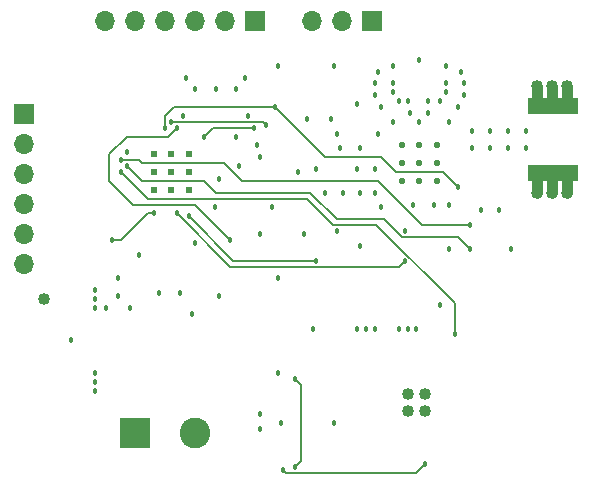
<source format=gbl>
%TF.GenerationSoftware,KiCad,Pcbnew,5.99.0-unknown-c5e195bdff~131~ubuntu20.04.1*%
%TF.CreationDate,2021-08-04T16:13:57-04:00*%
%TF.ProjectId,openlst-hw,6f70656e-6c73-4742-9d68-772e6b696361,rev?*%
%TF.SameCoordinates,Original*%
%TF.FileFunction,Copper,L4,Bot*%
%TF.FilePolarity,Positive*%
%FSLAX46Y46*%
G04 Gerber Fmt 4.6, Leading zero omitted, Abs format (unit mm)*
G04 Created by KiCad (PCBNEW 5.99.0-unknown-c5e195bdff~131~ubuntu20.04.1) date 2021-08-04 16:13:57*
%MOMM*%
%LPD*%
G01*
G04 APERTURE LIST*
%TA.AperFunction,ComponentPad*%
%ADD10R,1.700000X1.700000*%
%TD*%
%TA.AperFunction,ComponentPad*%
%ADD11O,1.700000X1.700000*%
%TD*%
%TA.AperFunction,ComponentPad*%
%ADD12C,0.609600*%
%TD*%
%TA.AperFunction,ComponentPad*%
%ADD13C,0.558800*%
%TD*%
%TA.AperFunction,ComponentPad*%
%ADD14R,2.600000X2.600000*%
%TD*%
%TA.AperFunction,ComponentPad*%
%ADD15C,2.600000*%
%TD*%
%TA.AperFunction,SMDPad,CuDef*%
%ADD16R,4.200000X1.350000*%
%TD*%
%TA.AperFunction,ViaPad*%
%ADD17C,1.016000*%
%TD*%
%TA.AperFunction,ViaPad*%
%ADD18C,0.457200*%
%TD*%
%TA.AperFunction,Conductor*%
%ADD19C,0.900000*%
%TD*%
%TA.AperFunction,Conductor*%
%ADD20C,0.200000*%
%TD*%
G04 APERTURE END LIST*
D10*
%TO.P,J4,1,Pin_1*%
%TO.N,GND*%
X140342000Y-83274000D03*
D11*
%TO.P,J4,2,Pin_2*%
%TO.N,/CAN_CS*%
X140342000Y-85814000D03*
%TO.P,J4,3,Pin_3*%
%TO.N,unconnected-(J4-Pad3)*%
X140342000Y-88354000D03*
%TO.P,J4,4,Pin_4*%
%TO.N,/CAN_SCK*%
X140342000Y-90894000D03*
%TO.P,J4,5,Pin_5*%
%TO.N,/CAN_MOSI*%
X140342000Y-93434000D03*
%TO.P,J4,6,Pin_6*%
%TO.N,/CAN_MISO*%
X140342000Y-95974000D03*
%TD*%
D10*
%TO.P,J3,1,Pin_1*%
%TO.N,GND*%
X159900000Y-75400000D03*
D11*
%TO.P,J3,2,Pin_2*%
%TO.N,/UART0_RTS*%
X157360000Y-75400000D03*
%TO.P,J3,3,Pin_3*%
%TO.N,unconnected-(J3-Pad3)*%
X154820000Y-75400000D03*
%TO.P,J3,4,Pin_4*%
%TO.N,/UART0_RX*%
X152280000Y-75400000D03*
%TO.P,J3,5,Pin_5*%
%TO.N,/UART0_TX*%
X149740000Y-75400000D03*
%TO.P,J3,6,Pin_6*%
%TO.N,/UART0_CTS*%
X147200000Y-75400000D03*
%TD*%
D10*
%TO.P,J5,1,Pin_1*%
%TO.N,GND*%
X169806000Y-75400000D03*
D11*
%TO.P,J5,2,Pin_2*%
%TO.N,Net-(J5-Pad2)*%
X167266000Y-75400000D03*
%TO.P,J5,3,Pin_3*%
%TO.N,Net-(J5-Pad3)*%
X164726000Y-75400000D03*
%TD*%
D12*
%TO.P,U2,37,GND_PAD*%
%TO.N,GND*%
X154300000Y-88150000D03*
X152800000Y-86650000D03*
X151300000Y-89650000D03*
X151300000Y-86650000D03*
X152800000Y-89650000D03*
X154300000Y-86650000D03*
X152800000Y-88150000D03*
X154300000Y-89650000D03*
X151300000Y-88150000D03*
%TD*%
D13*
%TO.P,U9,29,PAD*%
%TO.N,GND*%
X173800000Y-85900000D03*
X175300000Y-88900000D03*
X175300000Y-87400000D03*
X173800000Y-87400000D03*
X172300000Y-88900000D03*
X173800000Y-88900000D03*
X172300000Y-87400000D03*
X172300000Y-85900000D03*
X175300000Y-85900000D03*
%TD*%
D14*
%TO.P,J1,1,Pin_1*%
%TO.N,+BATT*%
X149755000Y-110205000D03*
D15*
%TO.P,J1,2,Pin_2*%
%TO.N,GND*%
X154835000Y-110205000D03*
%TD*%
D16*
%TO.P,J6,2,Ext*%
%TO.N,GND*%
X185137500Y-88225000D03*
X185137500Y-82575000D03*
%TD*%
D17*
%TO.N,GND*%
X183800000Y-80900000D03*
X186300000Y-80900000D03*
X186300000Y-89900000D03*
X183800000Y-89900000D03*
D18*
X168550000Y-101400000D03*
X182800000Y-86150000D03*
X172050000Y-82150000D03*
X179050000Y-91400000D03*
X146300000Y-98900000D03*
X176300000Y-90900000D03*
X146300000Y-98150000D03*
X156550000Y-81150000D03*
X166550000Y-109400000D03*
X156800000Y-98650000D03*
X160300000Y-86900000D03*
X181300000Y-84650000D03*
X170050000Y-101400000D03*
X166550000Y-79150000D03*
X171550000Y-83900000D03*
D17*
X185050000Y-89900000D03*
D18*
X146300000Y-105150000D03*
X160300000Y-108650000D03*
X172800000Y-101400000D03*
X175050000Y-90900000D03*
X171550000Y-79150000D03*
X178300000Y-86150000D03*
X172050000Y-101400000D03*
X165800000Y-89900000D03*
X178300000Y-84650000D03*
X149300000Y-99650000D03*
X169300000Y-101400000D03*
X175550000Y-82150000D03*
X146300000Y-105900000D03*
X170300000Y-84900000D03*
X161300000Y-91150000D03*
X154050000Y-80150000D03*
X160300000Y-93400000D03*
X168550000Y-82400000D03*
X164300000Y-83650000D03*
X176050000Y-79150000D03*
X148300000Y-98650000D03*
X170550000Y-82650000D03*
X174550000Y-82150000D03*
X173550000Y-101400000D03*
X167050000Y-86150000D03*
X151800000Y-98400000D03*
X170050000Y-87900000D03*
X181300000Y-86150000D03*
X144300000Y-102400000D03*
X150050000Y-95150000D03*
X162050000Y-109400000D03*
X165050000Y-87900000D03*
X166800000Y-93150000D03*
X173300000Y-90900000D03*
X158300000Y-85150000D03*
X168550000Y-87900000D03*
X170050000Y-81650000D03*
X172800000Y-82150000D03*
X161800000Y-97150000D03*
X146300000Y-106650000D03*
X173800000Y-78650000D03*
X176050000Y-80650000D03*
X174550000Y-83150000D03*
X168800000Y-86150000D03*
X176050000Y-81400000D03*
X177550000Y-81650000D03*
X175550000Y-99400000D03*
X154800000Y-94150000D03*
X177300000Y-79650000D03*
D17*
X185050000Y-80900000D03*
D18*
X167300000Y-89900000D03*
X161800000Y-105150000D03*
X160300000Y-109900000D03*
X160050000Y-85900000D03*
X159050000Y-80150000D03*
X182800000Y-84650000D03*
X170050000Y-80650000D03*
X170300000Y-79650000D03*
X170050000Y-89900000D03*
X177550000Y-80650000D03*
X164800000Y-101400000D03*
X158550000Y-87650000D03*
X170550000Y-91150000D03*
X173050000Y-83150000D03*
X176300000Y-83900000D03*
X153550000Y-98400000D03*
X163550000Y-88150000D03*
X147300000Y-99650000D03*
X177050000Y-82650000D03*
X171550000Y-80650000D03*
X173800000Y-83900000D03*
X154800000Y-81150000D03*
X179800000Y-86150000D03*
X146300000Y-99650000D03*
X158300000Y-81150000D03*
X179800000Y-84650000D03*
X168800000Y-89900000D03*
X171550000Y-81400000D03*
%TO.N,/3V3_FILT*%
X156518700Y-91150000D03*
X156800000Y-88706300D03*
X148325000Y-97125000D03*
X153800000Y-83400000D03*
X159300000Y-83400000D03*
X149049314Y-86431300D03*
%TO.N,+BATT*%
X163300000Y-105650000D03*
X163300000Y-113150000D03*
%TO.N,+3V3*%
X168800000Y-94400000D03*
X181550000Y-94650000D03*
X164050000Y-93400000D03*
X166300000Y-83650000D03*
X180550000Y-91400000D03*
X154550000Y-100150000D03*
X161800000Y-79150000D03*
D17*
X142050000Y-98900000D03*
%TO.N,VAA*%
X172800000Y-108400000D03*
X174300000Y-106900000D03*
D18*
X176300000Y-94650000D03*
D17*
X172800000Y-106900000D03*
X174300000Y-108400000D03*
D18*
%TO.N,Net-(C22-Pad1)*%
X153300000Y-84400000D03*
X157800000Y-93900000D03*
%TO.N,/PROG_DD*%
X172550000Y-95650000D03*
X153300000Y-91650000D03*
%TO.N,/PROG_DC*%
X165050000Y-95650000D03*
X154300000Y-91900000D03*
%TO.N,/~{LST_RX_MODE}*%
X152800000Y-83900000D03*
X160800000Y-84150000D03*
%TO.N,/LST_TX_MODE*%
X152300000Y-84400000D03*
X177050000Y-89400000D03*
X161550000Y-82650000D03*
%TO.N,/RF_EN*%
X149050000Y-87650000D03*
X178050000Y-94650000D03*
%TO.N,Net-(R16-Pad2)*%
X159800000Y-84400000D03*
X155550000Y-85150000D03*
%TO.N,/AN0*%
X148550000Y-88150000D03*
X176800000Y-101900000D03*
%TO.N,/RF_BYP*%
X178050000Y-92650000D03*
X148550000Y-87150000D03*
%TO.N,/VAA_FILT*%
X166800000Y-84900000D03*
X172550000Y-93150000D03*
%TO.N,Net-(C13-Pad1)*%
X162300000Y-113400000D03*
X174300000Y-112900000D03*
%TO.N,Net-(R8-Pad1)*%
X151300000Y-91650000D03*
X147800000Y-93900000D03*
%TD*%
D19*
%TO.N,GND*%
X186300000Y-89900000D02*
X186300000Y-88312500D01*
X183800000Y-89900000D02*
X183800000Y-88312500D01*
X183800000Y-80900000D02*
X183800000Y-82487500D01*
X186300000Y-80900000D02*
X186300000Y-82487500D01*
D20*
%TO.N,Net-(R8-Pad1)*%
X147800000Y-93900000D02*
X148550000Y-93900000D01*
X148550000Y-93900000D02*
X150800000Y-91650000D01*
X150800000Y-91650000D02*
X151300000Y-91650000D01*
D19*
%TO.N,GND*%
X185050000Y-80900000D02*
X185050000Y-82487500D01*
X185050000Y-89900000D02*
X185050000Y-88312500D01*
D20*
%TO.N,+BATT*%
X163800000Y-112650000D02*
X163800000Y-106150000D01*
X163300000Y-113150000D02*
X163800000Y-112650000D01*
X163800000Y-106150000D02*
X163300000Y-105650000D01*
%TO.N,Net-(C22-Pad1)*%
X154800000Y-90900000D02*
X157800000Y-93900000D01*
X153300000Y-84400000D02*
X152550000Y-85150000D01*
X147550000Y-88900000D02*
X149550000Y-90900000D01*
X152550000Y-85150000D02*
X149050000Y-85150000D01*
X149050000Y-85150000D02*
X147550000Y-86650000D01*
X147550000Y-86650000D02*
X147550000Y-88900000D01*
X149550000Y-90900000D02*
X154800000Y-90900000D01*
%TO.N,/PROG_DD*%
X157800000Y-96150000D02*
X153300000Y-91650000D01*
X172550000Y-95650000D02*
X172050000Y-96150000D01*
X172050000Y-96150000D02*
X157800000Y-96150000D01*
%TO.N,/PROG_DC*%
X158050000Y-95650000D02*
X165050000Y-95650000D01*
X154300000Y-91900000D02*
X158050000Y-95650000D01*
%TO.N,/~{LST_RX_MODE}*%
X152800000Y-83900000D02*
X152831311Y-83931311D01*
X152831311Y-83931311D02*
X160581311Y-83931311D01*
X160581311Y-83931311D02*
X160800000Y-84150000D01*
%TO.N,/LST_TX_MODE*%
X153050000Y-82650000D02*
X152300000Y-83400000D01*
X161550000Y-82650000D02*
X153050000Y-82650000D01*
X165800000Y-86900000D02*
X161550000Y-82650000D01*
X170550000Y-86900000D02*
X165800000Y-86900000D01*
X177050000Y-89400000D02*
X175800000Y-88150000D01*
X152300000Y-83400000D02*
X152300000Y-84400000D01*
X171800000Y-88150000D02*
X170550000Y-86900000D01*
X175800000Y-88150000D02*
X171800000Y-88150000D01*
%TO.N,/RF_EN*%
X170800000Y-92150000D02*
X166800000Y-92150000D01*
X156550000Y-89900000D02*
X155550000Y-88900000D01*
X164550000Y-89900000D02*
X156550000Y-89900000D01*
X172300000Y-93650000D02*
X170800000Y-92150000D01*
X177050000Y-93650000D02*
X172300000Y-93650000D01*
X150300000Y-88900000D02*
X149050000Y-87650000D01*
X178050000Y-94650000D02*
X177050000Y-93650000D01*
X166800000Y-92150000D02*
X164550000Y-89900000D01*
X155550000Y-88900000D02*
X150300000Y-88900000D01*
%TO.N,Net-(R16-Pad2)*%
X156300000Y-84400000D02*
X155550000Y-85150000D01*
X159800000Y-84400000D02*
X156300000Y-84400000D01*
%TO.N,/AN0*%
X176800000Y-99256375D02*
X176800000Y-101900000D01*
X150800000Y-90400000D02*
X164300000Y-90400000D01*
X164300000Y-90400000D02*
X166518689Y-92618689D01*
X148550000Y-88150000D02*
X150800000Y-90400000D01*
X170162314Y-92618689D02*
X176800000Y-99256375D01*
X166518689Y-92618689D02*
X170162314Y-92618689D01*
%TO.N,/RF_BYP*%
X150050000Y-87150000D02*
X150300000Y-87400000D01*
X158800000Y-88900000D02*
X170300000Y-88900000D01*
X150300000Y-87400000D02*
X157300000Y-87400000D01*
X170300000Y-88900000D02*
X174050000Y-92650000D01*
X157300000Y-87400000D02*
X158800000Y-88900000D01*
X174050000Y-92650000D02*
X178050000Y-92650000D01*
X148550000Y-87150000D02*
X150050000Y-87150000D01*
%TO.N,Net-(C13-Pad1)*%
X173550000Y-113650000D02*
X162550000Y-113650000D01*
X174300000Y-112900000D02*
X173550000Y-113650000D01*
X162550000Y-113650000D02*
X162300000Y-113400000D01*
%TD*%
M02*

</source>
